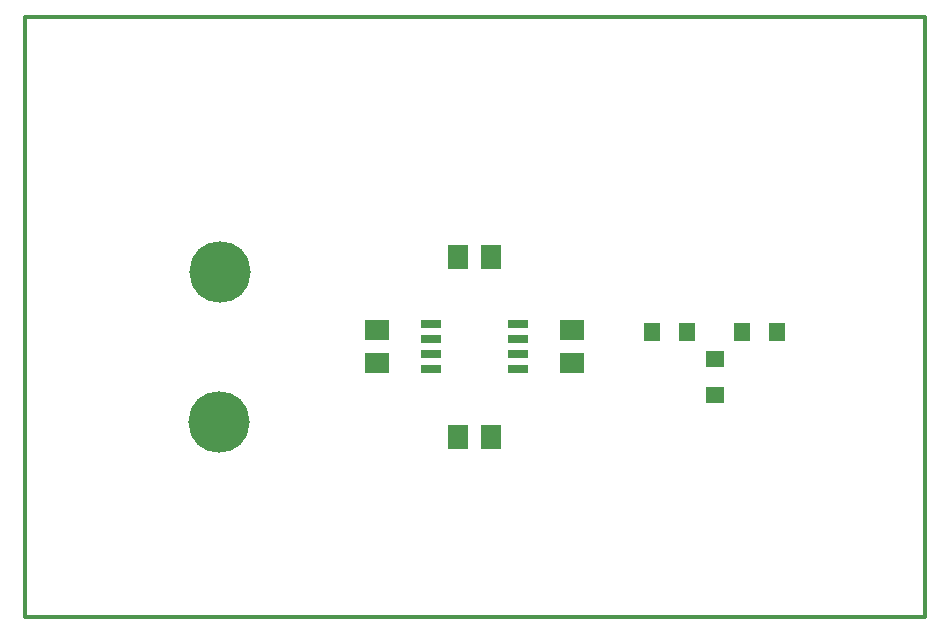
<source format=gts>
G75*
%MOIN*%
%OFA0B0*%
%FSLAX24Y24*%
%IPPOS*%
%LPD*%
%AMOC8*
5,1,8,0,0,1.08239X$1,22.5*
%
%ADD10C,0.0140*%
%ADD11R,0.0552X0.0631*%
%ADD12R,0.0631X0.0552*%
%ADD13R,0.0789X0.0710*%
%ADD14R,0.0710X0.0789*%
%ADD15C,0.2049*%
%ADD16R,0.0671X0.0316*%
D10*
X000170Y000170D02*
X000170Y020170D01*
X030170Y020170D01*
X030170Y000170D01*
X000170Y000170D01*
D11*
X021079Y009670D03*
X022261Y009670D03*
X024079Y009670D03*
X025261Y009670D03*
D12*
X023170Y008761D03*
X023170Y007579D03*
D13*
X018420Y008619D03*
X018420Y009721D03*
X011920Y009721D03*
X011920Y008619D03*
D14*
X014619Y006170D03*
X015721Y006170D03*
X015721Y012170D03*
X014619Y012170D03*
D15*
X006670Y011670D03*
X006654Y006670D03*
D16*
X013713Y008420D03*
X013713Y008920D03*
X013713Y009420D03*
X013713Y009920D03*
X016621Y009920D03*
X016621Y009420D03*
X016621Y008920D03*
X016621Y008420D03*
M02*

</source>
